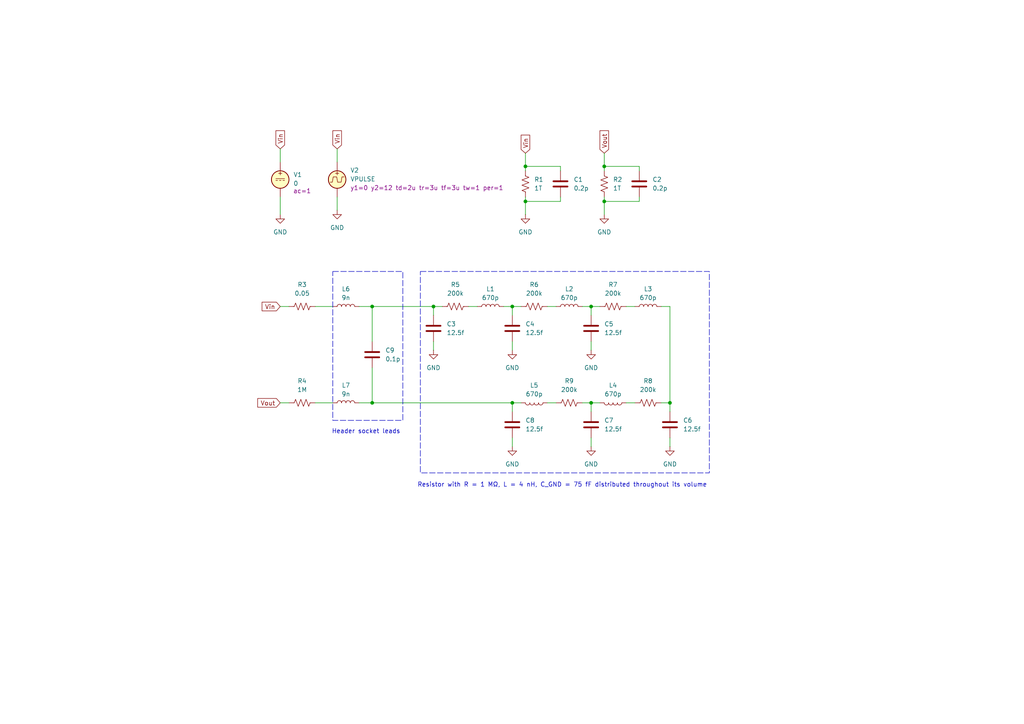
<source format=kicad_sch>
(kicad_sch (version 20250114) (generator "eeschema") (generator_version "9.0")
  (paper "A4")
  (lib_symbols
    (symbol "Device:C" (pin_numbers (hide yes)) (pin_names (offset 0.254))
      (property "Reference" "C" (at 0.635 2.54 0))
      (property "Value" "C" (at 0.635 -2.54 0))
      (symbol "C_0_1"
        (polyline (pts (xy -2.032 0.762) (xy 2.032 0.762)) (stroke (width 0.508)))
        (polyline (pts (xy -2.032 -0.762) (xy 2.032 -0.762)) (stroke (width 0.508)))
      )
      (symbol "C_1_1"
        (pin passive line (at 0 3.81 270) (length 2.794) (name "~") (number "1"))
        (pin passive line (at 0 -3.81 90) (length 2.794) (name "~") (number "2"))
      )
    )
    (symbol "Device:L" (pin_numbers (hide yes)) (pin_names (offset 1.016) (hide yes))
      (property "Reference" "L" (at -1.27 0 90))
      (property "Value" "L" (at 1.905 0 90))
      (symbol "L_0_1"
        (arc (start 0 2.54) (mid 0.6323 1.905) (end 0 1.27))
        (arc (start 0 1.27) (mid 0.6323 0.635) (end 0 0))
        (arc (start 0 0) (mid 0.6323 -0.635) (end 0 -1.27))
        (arc (start 0 -1.27) (mid 0.6323 -1.905) (end 0 -2.54))
      )
      (symbol "L_1_1"
        (pin passive line (at 0 3.81 270) (length 1.27) (name "1") (number "1"))
        (pin passive line (at 0 -3.81 90) (length 1.27) (name "2") (number "2"))
      )
    )
    (symbol "Device:R_US" (pin_numbers (hide yes)) (pin_names (offset 0))
      (property "Reference" "R" (at 2.54 0 90))
      (property "Value" "R_US" (at -2.54 0 90))
      (symbol "R_US_0_1"
        (polyline (pts (xy 0 2.286) (xy 0 2.54)))
        (polyline (pts (xy 0 2.286) (xy 1.016 1.905) (xy 0 1.524) (xy -1.016 1.143) (xy 0 0.762)))
        (polyline (pts (xy 0 0.762) (xy 1.016 0.381) (xy 0 0) (xy -1.016 -0.381) (xy 0 -0.762)))
        (polyline (pts (xy 0 -0.762) (xy 1.016 -1.143) (xy 0 -1.524) (xy -1.016 -1.905) (xy 0 -2.286)))
        (polyline (pts (xy 0 -2.286) (xy 0 -2.54)))
      )
      (symbol "R_US_1_1"
        (pin passive line (at 0 3.81 270) (length 1.27) (name "~") (number "1"))
        (pin passive line (at 0 -3.81 90) (length 1.27) (name "~") (number "2"))
      )
    )
    (symbol "Simulation_SPICE:VDC" (pin_numbers (hide yes)) (pin_names (offset 0.0254))
      (property "Reference" "V" (at 2.54 2.54 0))
      (property "Value" "1" (at 2.54 0 0))
      (symbol "VDC_0_0"
        (polyline (pts (xy -1.27 0.254) (xy 1.27 0.254)))
        (polyline (pts (xy -0.762 -0.254) (xy -1.27 -0.254)))
        (polyline (pts (xy 0.254 -0.254) (xy -0.254 -0.254)))
        (polyline (pts (xy 1.27 -0.254) (xy 0.762 -0.254)))
        (text "+" (at 0 1.905 0) (effects (font (size 1.27 1.27))))
      )
      (symbol "VDC_0_1"
        (circle (center 0 0) (radius 2.54) (stroke (width 0.254)) (fill (type background)))
      )
      (symbol "VDC_1_1"
        (pin passive line (at 0 5.08 270) (length 2.54) (name "~") (number "1"))
        (pin passive line (at 0 -5.08 90) (length 2.54) (name "~") (number "2"))
      )
    )
    (symbol "Simulation_SPICE:VPULSE" (pin_numbers (hide yes)) (pin_names (offset 0.0254))
      (property "Reference" "V" (at 2.54 2.54 0))
      (property "Value" "VPULSE" (at 2.54 0 0))
      (property "Sim.Params" "y1=0 y2=1 td=2n tr=2n tf=2n tw=50n per=100n" (at 2.54 -2.54 0))
      (symbol "VPULSE_0_0"
        (polyline (pts (xy -2.032 -0.762) (xy -1.397 -0.762) (xy -1.143 0.762) (xy -0.127 0.762) (xy 0.127 -0.762) (xy 1.143 -0.762) (xy 1.397 0.762) (xy 2.032 0.762)))
        (text "+" (at 0 1.905 0) (effects (font (size 1.27 1.27))))
      )
      (symbol "VPULSE_0_1"
        (circle (center 0 0) (radius 2.54) (stroke (width 0.254)) (fill (type background)))
      )
      (symbol "VPULSE_1_1"
        (pin passive line (at 0 5.08 270) (length 2.54) (name "~") (number "1"))
        (pin passive line (at 0 -5.08 90) (length 2.54) (name "~") (number "2"))
      )
    )
    (symbol "power:GND" (power) (pin_numbers (hide yes)) (pin_names (offset 0) (hide yes))
      (property "Value" "GND" (at 0 -3.81 0))
      (symbol "GND_0_1"
        (polyline (pts (xy 0 0) (xy 0 -1.27) (xy 1.27 -1.27) (xy 0 -2.54) (xy -1.27 -1.27) (xy 0 -1.27)))
      )
      (symbol "GND_1_1"
        (pin power_in line (at 0 0 270) (length 0) (name "~") (number "1"))
      )
    )
  )
  (rectangle (start 96.52 78.74) (end 116.84 121.92) (stroke (width 0) (type dash)))
  (rectangle (start 121.92 78.74) (end 205.74 137.16) (stroke (width 0) (type dash)))
  (text "Resistor with R = 1 MΩ, L = 4 nH, C_GND = 75 fF distributed throughout its volume" (at 163.068 140.716 0) (effects (font (size 1.27 1.27))))
  (text "Header socket leads" (at 106.172 125.222 0) (effects (font (size 1.27 1.27))))
  (junction (at 148.59 116.84))
  (junction (at 107.95 116.84))
  (junction (at 171.45 88.9))
  (junction (at 148.59 88.9))
  (junction (at 175.26 48.26))
  (junction (at 152.4 48.26))
  (junction (at 152.4 58.42))
  (junction (at 171.45 116.84))
  (junction (at 125.73 88.9))
  (junction (at 107.95 88.9))
  (junction (at 175.26 58.42))
  (junction (at 194.31 116.84))
  (wire (pts (xy 171.45 116.84) (xy 171.45 119.38)))
  (wire (pts (xy 146.05 88.9) (xy 148.59 88.9)))
  (wire (pts (xy 107.95 106.68) (xy 107.95 116.84)))
  (wire (pts (xy 191.77 116.84) (xy 194.31 116.84)))
  (wire (pts (xy 81.28 57.15) (xy 81.28 62.23)))
  (wire (pts (xy 125.73 99.06) (xy 125.73 101.6)))
  (wire (pts (xy 148.59 99.06) (xy 148.59 101.6)))
  (wire (pts (xy 168.91 116.84) (xy 171.45 116.84)))
  (wire (pts (xy 125.73 88.9) (xy 125.73 91.44)))
  (wire (pts (xy 97.79 43.18) (xy 97.79 46.99)))
  (wire (pts (xy 152.4 44.45) (xy 152.4 48.26)))
  (wire (pts (xy 91.44 116.84) (xy 96.52 116.84)))
  (wire (pts (xy 185.42 57.15) (xy 185.42 58.42)))
  (wire (pts (xy 97.79 57.15) (xy 97.79 60.96)))
  (wire (pts (xy 168.91 88.9) (xy 171.45 88.9)))
  (wire (pts (xy 152.4 57.15) (xy 152.4 58.42)))
  (wire (pts (xy 171.45 88.9) (xy 171.45 91.44)))
  (wire (pts (xy 148.59 127) (xy 148.59 129.54)))
  (wire (pts (xy 175.26 58.42) (xy 175.26 62.23)))
  (wire (pts (xy 181.61 116.84) (xy 184.15 116.84)))
  (wire (pts (xy 171.45 127) (xy 171.45 129.54)))
  (wire (pts (xy 175.26 57.15) (xy 175.26 58.42)))
  (wire (pts (xy 158.75 88.9) (xy 161.29 88.9)))
  (wire (pts (xy 175.26 44.45) (xy 175.26 48.26)))
  (wire (pts (xy 81.28 116.84) (xy 83.82 116.84)))
  (wire (pts (xy 194.31 127) (xy 194.31 129.54)))
  (wire (pts (xy 175.26 48.26) (xy 175.26 49.53)))
  (wire (pts (xy 175.26 58.42) (xy 185.42 58.42)))
  (wire (pts (xy 158.75 116.84) (xy 161.29 116.84)))
  (wire (pts (xy 173.99 116.84) (xy 171.45 116.84)))
  (wire (pts (xy 81.28 43.18) (xy 81.28 46.99)))
  (wire (pts (xy 194.31 88.9) (xy 194.31 116.84)))
  (wire (pts (xy 152.4 48.26) (xy 152.4 49.53)))
  (wire (pts (xy 181.61 88.9) (xy 184.15 88.9)))
  (wire (pts (xy 148.59 88.9) (xy 148.59 91.44)))
  (wire (pts (xy 171.45 88.9) (xy 173.99 88.9)))
  (wire (pts (xy 162.56 57.15) (xy 162.56 58.42)))
  (wire (pts (xy 162.56 48.26) (xy 162.56 49.53)))
  (wire (pts (xy 104.14 88.9) (xy 107.95 88.9)))
  (wire (pts (xy 135.89 88.9) (xy 138.43 88.9)))
  (wire (pts (xy 104.14 116.84) (xy 107.95 116.84)))
  (wire (pts (xy 91.44 88.9) (xy 96.52 88.9)))
  (wire (pts (xy 194.31 116.84) (xy 194.31 119.38)))
  (wire (pts (xy 152.4 58.42) (xy 162.56 58.42)))
  (wire (pts (xy 148.59 116.84) (xy 148.59 119.38)))
  (wire (pts (xy 191.77 88.9) (xy 194.31 88.9)))
  (wire (pts (xy 107.95 88.9) (xy 107.95 99.06)))
  (wire (pts (xy 152.4 58.42) (xy 152.4 62.23)))
  (wire (pts (xy 171.45 99.06) (xy 171.45 101.6)))
  (wire (pts (xy 185.42 49.53) (xy 185.42 48.26)))
  (wire (pts (xy 107.95 88.9) (xy 125.73 88.9)))
  (wire (pts (xy 152.4 48.26) (xy 162.56 48.26)))
  (wire (pts (xy 81.28 88.9) (xy 83.82 88.9)))
  (wire (pts (xy 175.26 48.26) (xy 185.42 48.26)))
  (wire (pts (xy 148.59 88.9) (xy 151.13 88.9)))
  (wire (pts (xy 125.73 88.9) (xy 128.27 88.9)))
  (wire (pts (xy 107.95 116.84) (xy 148.59 116.84)))
  (wire (pts (xy 151.13 116.84) (xy 148.59 116.84)))
  (global_label "Vout" (shape input) (at 81.28 116.84 180) (property "Intersheetrefs" "${INTERSHEET_REFS}" (effects (hide yes))))
  (global_label "Vin" (shape input) (at 97.79 43.18 90) (property "Intersheetrefs" "${INTERSHEET_REFS}" (effects (hide yes))))
  (global_label "Vout" (shape input) (at 175.26 44.45 90) (property "Intersheetrefs" "${INTERSHEET_REFS}" (effects (hide yes))))
  (global_label "Vin" (shape input) (at 81.28 88.9 180) (property "Intersheetrefs" "${INTERSHEET_REFS}" (effects (hide yes))))
  (global_label "Vin" (shape input) (at 152.4 44.45 90) (property "Intersheetrefs" "${INTERSHEET_REFS}" (effects (hide yes))))
  (global_label "Vin" (shape input) (at 81.28 43.18 90) (property "Intersheetrefs" "${INTERSHEET_REFS}" (effects (hide yes))))
  (symbol (lib_id "Simulation_SPICE:VPULSE") (at 97.79 52.07 0) (unit 1) (exclude_from_sim yes)
    (property "Reference" "V2" (at 101.6 49.4001 0) (effects (justify left)))
    (property "Value" "VPULSE" (at 101.6 51.9401 0) (effects (justify left)))
    (property "Datasheet" "https://ngspice.sourceforge.io/docs/ngspice-html-manual/manual.xhtml#sec_Independent_Sources_for" (effects (hide yes)))
    (property "Description" "Voltage source, pulse" (effects (hide yes)))
    (property "Sim.Pins" "1=+ 2=-" (effects (hide yes)))
    (property "Sim.Type" "PULSE" (effects (hide yes)))
    (property "Sim.Device" "V" (effects (hide yes)))
    (property "Sim.Params" "y1=0 y2=12 td=2u tr=3u tf=3u tw=1 per=1" (at 101.6 54.4801 0) (effects (justify left)))
  )
  (symbol (lib_id "Device:L") (at 142.24 88.9 90) (unit 1)
    (property "Reference" "L1" (at 142.24 83.82 90))
    (property "Value" "670p" (at 142.24 86.36 90))
    (property "Description" "Inductor" (effects (hide yes)))
  )
  (symbol (lib_id "Simulation_SPICE:VDC") (at 81.28 52.07 0) (unit 1)
    (property "Reference" "V1" (at 85.09 50.6701 0) (effects (justify left)))
    (property "Value" "0" (at 85.09 53.2101 0) (effects (justify left)))
    (property "Datasheet" "https://ngspice.sourceforge.io/docs/ngspice-html-manual/manual.xhtml#sec_Independent_Sources_for" (effects (hide yes)))
    (property "Description" "Voltage source, DC" (effects (hide yes)))
    (property "Sim.Pins" "1=+ 2=-" (effects (hide yes)))
    (property "Sim.Type" "DC" (effects (hide yes)))
    (property "Sim.Device" "V" (effects (hide yes)))
    (property "Sim.Params" "ac=1" (at 87.63 55.372 0))
  )
  (symbol (lib_id "power:GND") (at 194.31 129.54 0) (unit 1)
    (property "Reference" "#PWR08" (effects (hide yes)))
    (property "Value" "GND" (at 194.31 134.62 0))
    (property "Description" "Power symbol creates a global label with name \"GND\" , ground" (effects (hide yes)))
  )
  (symbol (lib_id "power:GND") (at 148.59 129.54 0) (unit 1)
    (property "Reference" "#PWR010" (effects (hide yes)))
    (property "Value" "GND" (at 148.59 134.62 0))
    (property "Description" "Power symbol creates a global label with name \"GND\" , ground" (effects (hide yes)))
  )
  (symbol (lib_id "Device:C") (at 148.59 95.25 0) (unit 1)
    (property "Reference" "C4" (at 152.4 93.9799 0) (effects (justify left)))
    (property "Value" "12.5f" (at 152.4 96.5199 0) (effects (justify left)))
    (property "Description" "Unpolarized capacitor" (effects (hide yes)))
  )
  (symbol (lib_id "Device:C") (at 107.95 102.87 0) (unit 1)
    (property "Reference" "C9" (at 111.76 101.5999 0) (effects (justify left)))
    (property "Value" "0.1p" (at 111.76 104.1399 0) (effects (justify left)))
    (property "Description" "Unpolarized capacitor" (effects (hide yes)))
  )
  (symbol (lib_id "power:GND") (at 97.79 60.96 0) (unit 1)
    (property "Reference" "#PWR02" (effects (hide yes)))
    (property "Value" "GND" (at 97.79 66.04 0))
    (property "Description" "Power symbol creates a global label with name \"GND\" , ground" (effects (hide yes)))
  )
  (symbol (lib_id "Device:L") (at 100.33 116.84 90) (unit 1)
    (property "Reference" "L7" (at 100.33 111.76 90))
    (property "Value" "9n" (at 100.33 114.3 90))
    (property "Description" "Inductor" (effects (hide yes)))
  )
  (symbol (lib_id "Device:R_US") (at 177.8 88.9 270) (unit 1)
    (property "Reference" "R7" (at 177.8 82.55 90))
    (property "Value" "200k" (at 177.8 85.09 90))
    (property "Description" "Resistor, US symbol" (effects (hide yes)))
  )
  (symbol (lib_id "power:GND") (at 125.73 101.6 0) (unit 1)
    (property "Reference" "#PWR05" (effects (hide yes)))
    (property "Value" "GND" (at 125.73 106.68 0))
    (property "Description" "Power symbol creates a global label with name \"GND\" , ground" (effects (hide yes)))
  )
  (symbol (lib_id "Device:R_US") (at 152.4 53.34 0) (unit 1)
    (property "Reference" "R1" (at 154.94 52.0699 0) (effects (justify left)))
    (property "Value" "1T" (at 154.94 54.6099 0) (effects (justify left)))
    (property "Description" "Resistor, US symbol" (effects (hide yes)))
  )
  (symbol (lib_id "power:GND") (at 81.28 62.23 0) (unit 1)
    (property "Reference" "#PWR04" (effects (hide yes)))
    (property "Value" "GND" (at 81.28 67.31 0))
    (property "Description" "Power symbol creates a global label with name \"GND\" , ground" (effects (hide yes)))
  )
  (symbol (lib_id "Device:C") (at 194.31 123.19 0) (unit 1)
    (property "Reference" "C6" (at 198.12 121.9199 0) (effects (justify left)))
    (property "Value" "12.5f" (at 198.12 124.4599 0) (effects (justify left)))
    (property "Description" "Unpolarized capacitor" (effects (hide yes)))
  )
  (symbol (lib_id "Device:C") (at 185.42 53.34 0) (unit 1)
    (property "Reference" "C2" (at 189.23 52.0699 0) (effects (justify left)))
    (property "Value" "0.2p" (at 189.23 54.6099 0) (effects (justify left)))
    (property "Description" "Unpolarized capacitor" (effects (hide yes)))
  )
  (symbol (lib_id "power:GND") (at 171.45 101.6 0) (unit 1)
    (property "Reference" "#PWR07" (effects (hide yes)))
    (property "Value" "GND" (at 171.45 106.68 0))
    (property "Description" "Power symbol creates a global label with name \"GND\" , ground" (effects (hide yes)))
  )
  (symbol (lib_id "power:GND") (at 148.59 101.6 0) (unit 1)
    (property "Reference" "#PWR06" (effects (hide yes)))
    (property "Value" "GND" (at 148.59 106.68 0))
    (property "Description" "Power symbol creates a global label with name \"GND\" , ground" (effects (hide yes)))
  )
  (symbol (lib_id "Device:R_US") (at 87.63 116.84 270) (unit 1)
    (property "Reference" "R4" (at 87.63 110.49 90))
    (property "Value" "1M" (at 87.63 113.03 90))
    (property "Description" "Resistor, US symbol" (effects (hide yes)))
  )
  (symbol (lib_id "Device:L") (at 187.96 88.9 90) (unit 1)
    (property "Reference" "L3" (at 187.96 83.82 90))
    (property "Value" "670p" (at 187.96 86.36 90))
    (property "Description" "Inductor" (effects (hide yes)))
  )
  (symbol (lib_id "Device:C") (at 162.56 53.34 0) (unit 1)
    (property "Reference" "C1" (at 166.37 52.0699 0) (effects (justify left)))
    (property "Value" "0.2p" (at 166.37 54.6099 0) (effects (justify left)))
    (property "Description" "Unpolarized capacitor" (effects (hide yes)))
  )
  (symbol (lib_id "Device:L") (at 177.8 116.84 270) (unit 1)
    (property "Reference" "L4" (at 177.8 111.76 90))
    (property "Value" "670p" (at 177.8 114.3 90))
    (property "Description" "Inductor" (effects (hide yes)))
  )
  (symbol (lib_id "Device:R_US") (at 187.96 116.84 90) (unit 1)
    (property "Reference" "R8" (at 187.96 110.49 90))
    (property "Value" "200k" (at 187.96 113.03 90))
    (property "Description" "Resistor, US symbol" (effects (hide yes)))
  )
  (symbol (lib_id "Device:L") (at 154.94 116.84 270) (unit 1)
    (property "Reference" "L5" (at 154.94 111.76 90))
    (property "Value" "670p" (at 154.94 114.3 90))
    (property "Description" "Inductor" (effects (hide yes)))
  )
  (symbol (lib_id "Device:R_US") (at 154.94 88.9 270) (unit 1)
    (property "Reference" "R6" (at 154.94 82.55 90))
    (property "Value" "200k" (at 154.94 85.09 90))
    (property "Description" "Resistor, US symbol" (effects (hide yes)))
  )
  (symbol (lib_id "Device:R_US") (at 87.63 88.9 90) (unit 1)
    (property "Reference" "R3" (at 87.63 82.55 90))
    (property "Value" "0.05" (at 87.63 85.09 90))
    (property "Description" "Resistor, US symbol" (effects (hide yes)))
  )
  (symbol (lib_id "power:GND") (at 175.26 62.23 0) (unit 1)
    (property "Reference" "#PWR03" (effects (hide yes)))
    (property "Value" "GND" (at 175.26 67.31 0))
    (property "Description" "Power symbol creates a global label with name \"GND\" , ground" (effects (hide yes)))
  )
  (symbol (lib_id "Device:R_US") (at 175.26 53.34 0) (unit 1)
    (property "Reference" "R2" (at 177.8 52.0699 0) (effects (justify left)))
    (property "Value" "1T" (at 177.8 54.6099 0) (effects (justify left)))
    (property "Description" "Resistor, US symbol" (effects (hide yes)))
  )
  (symbol (lib_id "Device:L") (at 165.1 88.9 90) (unit 1)
    (property "Reference" "L2" (at 165.1 83.82 90))
    (property "Value" "670p" (at 165.1 86.36 90))
    (property "Description" "Inductor" (effects (hide yes)))
  )
  (symbol (lib_id "power:GND") (at 152.4 62.23 0) (unit 1)
    (property "Reference" "#PWR01" (effects (hide yes)))
    (property "Value" "GND" (at 152.4 67.31 0))
    (property "Description" "Power symbol creates a global label with name \"GND\" , ground" (effects (hide yes)))
  )
  (symbol (lib_id "power:GND") (at 171.45 129.54 0) (unit 1)
    (property "Reference" "#PWR09" (effects (hide yes)))
    (property "Value" "GND" (at 171.45 134.62 0))
    (property "Description" "Power symbol creates a global label with name \"GND\" , ground" (effects (hide yes)))
  )
  (symbol (lib_id "Device:C") (at 171.45 95.25 0) (unit 1)
    (property "Reference" "C5" (at 175.26 93.9799 0) (effects (justify left)))
    (property "Value" "12.5f" (at 175.26 96.5199 0) (effects (justify left)))
    (property "Description" "Unpolarized capacitor" (effects (hide yes)))
  )
  (symbol (lib_id "Device:L") (at 100.33 88.9 90) (unit 1)
    (property "Reference" "L6" (at 100.33 83.82 90))
    (property "Value" "9n" (at 100.33 86.36 90))
    (property "Description" "Inductor" (effects (hide yes)))
  )
  (symbol (lib_id "Device:C") (at 125.73 95.25 0) (unit 1)
    (property "Reference" "C3" (at 129.54 93.9799 0) (effects (justify left)))
    (property "Value" "12.5f" (at 129.54 96.5199 0) (effects (justify left)))
    (property "Description" "Unpolarized capacitor" (effects (hide yes)))
  )
  (symbol (lib_id "Device:C") (at 171.45 123.19 0) (unit 1)
    (property "Reference" "C7" (at 175.26 121.9199 0) (effects (justify left)))
    (property "Value" "12.5f" (at 175.26 124.4599 0) (effects (justify left)))
    (property "Description" "Unpolarized capacitor" (effects (hide yes)))
  )
  (symbol (lib_id "Device:R_US") (at 132.08 88.9 270) (unit 1)
    (property "Reference" "R5" (at 132.08 82.55 90))
    (property "Value" "200k" (at 132.08 85.09 90))
    (property "Description" "Resistor, US symbol" (effects (hide yes)))
  )
  (symbol (lib_id "Device:C") (at 148.59 123.19 0) (unit 1)
    (property "Reference" "C8" (at 152.4 121.9199 0) (effects (justify left)))
    (property "Value" "12.5f" (at 152.4 124.4599 0) (effects (justify left)))
    (property "Description" "Unpolarized capacitor" (effects (hide yes)))
  )
  (symbol (lib_id "Device:R_US") (at 165.1 116.84 90) (unit 1)
    (property "Reference" "R9" (at 165.1 110.49 90))
    (property "Value" "200k" (at 165.1 113.03 90))
    (property "Description" "Resistor, US symbol" (effects (hide yes)))
  )
)
</source>
